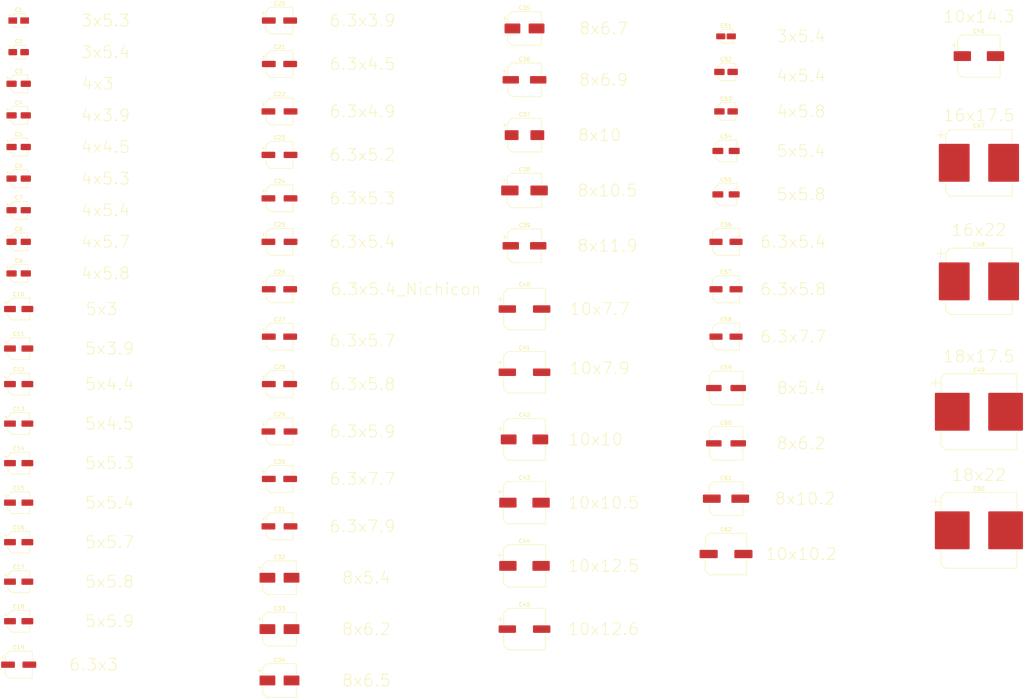
<source format=kicad_pcb>
(kicad_pcb (version 20211014) (generator pcbnew)
  (layers (0 "F.Cu" signal) (31 "B.Cu" signal) (34 "B.Paste" user) (35 "F.Paste" user) (36 "B.SilkS" user "B.Silkscreen") (37 "F.SilkS" user "F.Silkscreen") (38 "B.Mask" user) (39 "F.Mask" user) (44 "Edge.Cuts" user))
  (net 0 "")
  (footprint "Capacitor_SMD:CP_Elec_3x5.3" (layer "F.Cu") (at 22 19)
    (fp_text reference "C1" (at 0 -2.7) (layer "F.SilkS"))
    (fp_text value "3x5.3" (at 22 0) (layer "F.SilkS") (effects (font (size 3 3))))
    (pad "1" smd rect locked (at -1.5 0) (size 2.2 1.6) (layers "F.Cu" "F.Paste" "F.Mask"))
    (pad "2" smd rect locked (at 1.5 0) (size 2.2 1.6) (layers "F.Cu" "F.Paste" "F.Mask"))
  )
  (footprint "Capacitor_SMD:CP_Elec_3x5.4" (layer "F.Cu") (at 22 27)
    (fp_text reference "C2" (at 0 -2.7) (layer "F.SilkS"))
    (fp_text value "3x5.4" (at 22 0) (layer "F.SilkS") (effects (font (size 3 3))))
    (pad "1" smd roundrect locked (at -1.5 0) (size 2.2 1.6) (layers "F.Cu" "F.Paste" "F.Mask") (roundrect_rratio 0.15625))
    (pad "2" smd roundrect locked (at 1.5 0) (size 2.2 1.6) (layers "F.Cu" "F.Paste" "F.Mask") (roundrect_rratio 0.15625))
  )
  (footprint "Capacitor_SMD:CP_Elec_4x3" (layer "F.Cu") (at 22 35)
    (fp_text reference "C3" (at 0 -3.2) (layer "F.SilkS"))
    (fp_text value "4x3" (at 20 0) (layer "F.SilkS") (effects (font (size 3 3))))
    (pad "1" smd roundrect locked (at -1.8 0) (size 2.6 1.6) (layers "F.Cu" "F.Paste" "F.Mask") (roundrect_rratio 0.15625))
    (pad "2" smd roundrect locked (at 1.8 0) (size 2.6 1.6) (layers "F.Cu" "F.Paste" "F.Mask") (roundrect_rratio 0.15625))
  )
  (footprint "Capacitor_SMD:CP_Elec_4x3.9" (layer "F.Cu") (at 22 43)
    (fp_text reference "C4" (at 0 -3.2) (layer "F.SilkS"))
    (fp_text value "4x3.9" (at 22 0) (layer "F.SilkS") (effects (font (size 3 3))))
    (pad "1" smd roundrect locked (at -1.8 0) (size 2.6 1.6) (layers "F.Cu" "F.Paste" "F.Mask") (roundrect_rratio 0.15625))
    (pad "2" smd roundrect locked (at 1.8 0) (size 2.6 1.6) (layers "F.Cu" "F.Paste" "F.Mask") (roundrect_rratio 0.15625))
  )
  (footprint "Capacitor_SMD:CP_Elec_4x4.5" (layer "F.Cu") (at 22 51)
    (fp_text reference "C5" (at 0 -3.2) (layer "F.SilkS"))
    (fp_text value "4x4.5" (at 22 0) (layer "F.SilkS") (effects (font (size 3 3))))
    (pad "1" smd roundrect locked (at -1.8 0) (size 2.6 1.6) (layers "F.Cu" "F.Paste" "F.Mask") (roundrect_rratio 0.15625))
    (pad "2" smd roundrect locked (at 1.8 0) (size 2.6 1.6) (layers "F.Cu" "F.Paste" "F.Mask") (roundrect_rratio 0.15625))
  )
  (footprint "Capacitor_SMD:CP_Elec_4x5.3" (layer "F.Cu") (at 22 59)
    (fp_text reference "C6" (at 0 -3.2) (layer "F.SilkS"))
    (fp_text value "4x5.3" (at 22 0) (layer "F.SilkS") (effects (font (size 3 3))))
    (pad "1" smd roundrect locked (at -1.8 0) (size 2.6 1.6) (layers "F.Cu" "F.Paste" "F.Mask") (roundrect_rratio 0.15625))
    (pad "2" smd roundrect locked (at 1.8 0) (size 2.6 1.6) (layers "F.Cu" "F.Paste" "F.Mask") (roundrect_rratio 0.15625))
  )
  (footprint "Capacitor_SMD:CP_Elec_4x5.4" (layer "F.Cu") (at 22 67)
    (fp_text reference "C7" (at 0 -3.2) (layer "F.SilkS"))
    (fp_text value "4x5.4" (at 22 0) (layer "F.SilkS") (effects (font (size 3 3))))
    (pad "1" smd roundrect locked (at -1.8 0) (size 2.6 1.6) (layers "F.Cu" "F.Paste" "F.Mask") (roundrect_rratio 0.15625))
    (pad "2" smd roundrect locked (at 1.8 0) (size 2.6 1.6) (layers "F.Cu" "F.Paste" "F.Mask") (roundrect_rratio 0.15625))
  )
  (footprint "Capacitor_SMD:CP_Elec_4x5.7" (layer "F.Cu") (at 22 75)
    (fp_text reference "C8" (at 0 -3.2) (layer "F.SilkS"))
    (fp_text value "4x5.7" (at 22 0) (layer "F.SilkS") (effects (font (size 3 3))))
    (pad "1" smd roundrect locked (at -1.8 0) (size 2.6 1.6) (layers "F.Cu" "F.Paste" "F.Mask") (roundrect_rratio 0.15625))
    (pad "2" smd roundrect locked (at 1.8 0) (size 2.6 1.6) (layers "F.Cu" "F.Paste" "F.Mask") (roundrect_rratio 0.15625))
  )
  (footprint "Capacitor_SMD:CP_Elec_4x5.8" (layer "F.Cu") (at 22 83)
    (fp_text reference "C9" (at 0 -3.2) (layer "F.SilkS"))
    (fp_text value "4x5.8" (at 22 0) (layer "F.SilkS") (effects (font (size 3 3))))
    (pad "1" smd roundrect locked (at -1.8 0) (size 2.6 1.6) (layers "F.Cu" "F.Paste" "F.Mask") (roundrect_rratio 0.15625))
    (pad "2" smd roundrect locked (at 1.8 0) (size 2.6 1.6) (layers "F.Cu" "F.Paste" "F.Mask") (roundrect_rratio 0.15625))
  )
  (footprint "Capacitor_SMD:CP_Elec_5x3" (layer "F.Cu") (at 22 92)
    (fp_text reference "C10" (at 0 -3.7) (layer "F.SilkS"))
    (fp_text value "5x3" (at 21 0) (layer "F.SilkS") (effects (font (size 3 3))))
    (pad "1" smd roundrect locked (at -2.2 0) (size 3 1.6) (layers "F.Cu" "F.Paste" "F.Mask") (roundrect_rratio 0.15625))
    (pad "2" smd roundrect locked (at 2.2 0) (size 3 1.6) (layers "F.Cu" "F.Paste" "F.Mask") (roundrect_rratio 0.15625))
  )
  (footprint "Capacitor_SMD:CP_Elec_5x3.9" (layer "F.Cu") (at 22 102)
    (fp_text reference "C11" (at 0 -3.7) (layer "F.SilkS"))
    (fp_text value "5x3.9" (at 23 0) (layer "F.SilkS") (effects (font (size 3 3))))
    (pad "1" smd roundrect locked (at -2.2 0) (size 3 1.6) (layers "F.Cu" "F.Paste" "F.Mask") (roundrect_rratio 0.15625))
    (pad "2" smd roundrect locked (at 2.2 0) (size 3 1.6) (layers "F.Cu" "F.Paste" "F.Mask") (roundrect_rratio 0.15625))
  )
  (footprint "Capacitor_SMD:CP_Elec_5x4.4" (layer "F.Cu") (at 22 111)
    (fp_text reference "C12" (at 0 -3.7) (layer "F.SilkS"))
    (fp_text value "5x4.4" (at 23 0) (layer "F.SilkS") (effects (font (size 3 3))))
    (pad "1" smd roundrect locked (at -2.2 0) (size 3 1.6) (layers "F.Cu" "F.Paste" "F.Mask") (roundrect_rratio 0.15625))
    (pad "2" smd roundrect locked (at 2.2 0) (size 3 1.6) (layers "F.Cu" "F.Paste" "F.Mask") (roundrect_rratio 0.15625))
  )
  (footprint "Capacitor_SMD:CP_Elec_5x4.5" (layer "F.Cu") (at 22 121)
    (fp_text reference "C13" (at 0 -3.7) (layer "F.SilkS"))
    (fp_text value "5x4.5" (at 23 0) (layer "F.SilkS") (effects (font (size 3 3))))
    (pad "1" smd roundrect locked (at -2.2 0) (size 3 1.6) (layers "F.Cu" "F.Paste" "F.Mask") (roundrect_rratio 0.15625))
    (pad "2" smd roundrect locked (at 2.2 0) (size 3 1.6) (layers "F.Cu" "F.Paste" "F.Mask") (roundrect_rratio 0.15625))
  )
  (footprint "Capacitor_SMD:CP_Elec_5x5.3" (layer "F.Cu") (at 22 131)
    (fp_text reference "C14" (at 0 -3.7) (layer "F.SilkS"))
    (fp_text value "5x5.3" (at 23 0) (layer "F.SilkS") (effects (font (size 3 3))))
    (pad "1" smd roundrect locked (at -2.2 0) (size 3 1.6) (layers "F.Cu" "F.Paste" "F.Mask") (roundrect_rratio 0.15625))
    (pad "2" smd roundrect locked (at 2.2 0) (size 3 1.6) (layers "F.Cu" "F.Paste" "F.Mask") (roundrect_rratio 0.15625))
  )
  (footprint "Capacitor_SMD:CP_Elec_5x5.4" (layer "F.Cu") (at 22 141)
    (fp_text reference "C15" (at 0 -3.7) (layer "F.SilkS"))
    (fp_text value "5x5.4" (at 23 0) (layer "F.SilkS") (effects (font (size 3 3))))
    (pad "1" smd roundrect locked (at -2.2 0) (size 3 1.6) (layers "F.Cu" "F.Paste" "F.Mask") (roundrect_rratio 0.15625))
    (pad "2" smd roundrect locked (at 2.2 0) (size 3 1.6) (layers "F.Cu" "F.Paste" "F.Mask") (roundrect_rratio 0.15625))
  )
  (footprint "Capacitor_SMD:CP_Elec_5x5.7" (layer "F.Cu") (at 22 151)
    (fp_text reference "C16" (at 0 -3.7) (layer "F.SilkS"))
    (fp_text value "5x5.7" (at 23 0) (layer "F.SilkS") (effects (font (size 3 3))))
    (pad "1" smd roundrect locked (at -2.2 0) (size 3 1.6) (layers "F.Cu" "F.Paste" "F.Mask") (roundrect_rratio 0.15625))
    (pad "2" smd roundrect locked (at 2.2 0) (size 3 1.6) (layers "F.Cu" "F.Paste" "F.Mask") (roundrect_rratio 0.15625))
  )
  (footprint "Capacitor_SMD:CP_Elec_5x5.8" (layer "F.Cu") (at 22 161)
    (fp_text reference "C17" (at 0 -3.7) (layer "F.SilkS"))
    (fp_text value "5x5.8" (at 23 0) (layer "F.SilkS") (effects (font (size 3 3))))
    (pad "1" smd roundrect locked (at -2.2 0) (size 3 1.6) (layers "F.Cu" "F.Paste" "F.Mask") (roundrect_rratio 0.15625))
    (pad "2" smd roundrect locked (at 2.2 0) (size 3 1.6) (layers "F.Cu" "F.Paste" "F.Mask") (roundrect_rratio 0.15625))
  )
  (footprint "Capacitor_SMD:CP_Elec_5x5.9" (layer "F.Cu") (at 22 171)
    (fp_text reference "C18" (at 0 -3.7) (layer "F.SilkS"))
    (fp_text value "5x5.9" (at 23 0) (layer "F.SilkS") (effects (font (size 3 3))))
    (pad "1" smd roundrect locked (at -2.2 0) (size 3 1.6) (layers "F.Cu" "F.Paste" "F.Mask") (roundrect_rratio 0.15625))
    (pad "2" smd roundrect locked (at 2.2 0) (size 3 1.6) (layers "F.Cu" "F.Paste" "F.Mask") (roundrect_rratio 0.15625))
  )
  (footprint "Capacitor_SMD:CP_Elec_6.3x3" (layer "F.Cu") (at 22 182)
    (fp_text reference "C19" (at 0 -4.35) (layer "F.SilkS"))
    (fp_text value "6.3x3" (at 19 0) (layer "F.SilkS") (effects (font (size 3 3))))
    (pad "1" smd roundrect locked (at -2.7 0) (size 3.5 1.6) (layers "F.Cu" "F.Paste" "F.Mask") (roundrect_rratio 0.15625))
    (pad "2" smd roundrect locked (at 2.7 0) (size 3.5 1.6) (layers "F.Cu" "F.Paste" "F.Mask") (roundrect_rratio 0.15625))
  )
  (footprint "Capacitor_SMD:CP_Elec_6.3x3.9" (layer "F.Cu") (at 88 19)
    (fp_text reference "C20" (at 0 -4.35) (layer "F.SilkS"))
    (fp_text value "6.3x3.9" (at 21 0) (layer "F.SilkS") (effects (font (size 3 3))))
    (pad "1" smd roundrect locked (at -2.7 0) (size 3.5 1.6) (layers "F.Cu" "F.Paste" "F.Mask") (roundrect_rratio 0.15625))
    (pad "2" smd roundrect locked (at 2.7 0) (size 3.5 1.6) (layers "F.Cu" "F.Paste" "F.Mask") (roundrect_rratio 0.15625))
  )
  (footprint "Capacitor_SMD:CP_Elec_6.3x4.5" (layer "F.Cu") (at 88 30)
    (fp_text reference "C21" (at 0 -4.35) (layer "F.SilkS"))
    (fp_text value "6.3x4.5" (at 21 0) (layer "F.SilkS") (effects (font (size 3 3))))
    (pad "1" smd roundrect locked (at -2.7 0) (size 3.5 1.6) (layers "F.Cu" "F.Paste" "F.Mask") (roundrect_rratio 0.15625))
    (pad "2" smd roundrect locked (at 2.7 0) (size 3.5 1.6) (layers "F.Cu" "F.Paste" "F.Mask") (roundrect_rratio 0.15625))
  )
  (footprint "Capacitor_SMD:CP_Elec_6.3x4.9" (layer "F.Cu") (at 88 42)
    (fp_text reference "C22" (at 0 -4.35) (layer "F.SilkS"))
    (fp_text value "6.3x4.9" (at 21 0) (layer "F.SilkS") (effects (font (size 3 3))))
    (pad "1" smd roundrect locked (at -2.8 0) (size 3.5 1.6) (layers "F.Cu" "F.Paste" "F.Mask") (roundrect_rratio 0.15625))
    (pad "2" smd roundrect locked (at 2.8 0) (size 3.5 1.6) (layers "F.Cu" "F.Paste" "F.Mask") (roundrect_rratio 0.15625))
  )
  (footprint "Capacitor_SMD:CP_Elec_6.3x5.2" (layer "F.Cu") (at 88 53)
    (fp_text reference "C23" (at 0 -4.35) (layer "F.SilkS"))
    (fp_text value "6.3x5.2" (at 21 0) (layer "F.SilkS") (effects (font (size 3 3))))
    (pad "1" smd roundrect locked (at -2.8 0) (size 3.5 1.6) (layers "F.Cu" "F.Paste" "F.Mask") (roundrect_rratio 0.15625))
    (pad "2" smd roundrect locked (at 2.8 0) (size 3.5 1.6) (layers "F.Cu" "F.Paste" "F.Mask") (roundrect_rratio 0.15625))
  )
  (footprint "Capacitor_SMD:CP_Elec_6.3x5.3" (layer "F.Cu") (at 88 64)
    (fp_text reference "C24" (at 0 -4.35) (layer "F.SilkS"))
    (fp_text value "6.3x5.3" (at 21 0) (layer "F.SilkS") (effects (font (size 3 3))))
    (pad "1" smd roundrect locked (at -2.8 0) (size 3.5 1.6) (layers "F.Cu" "F.Paste" "F.Mask") (roundrect_rratio 0.15625))
    (pad "2" smd roundrect locked (at 2.8 0) (size 3.5 1.6) (layers "F.Cu" "F.Paste" "F.Mask") (roundrect_rratio 0.15625))
  )
  (footprint "Capacitor_SMD:CP_Elec_6.3x5.4" (layer "F.Cu") (at 88 75)
    (fp_text reference "C25" (at 0 -4.35) (layer "F.SilkS"))
    (fp_text value "6.3x5.4" (at 21 0) (layer "F.SilkS") (effects (font (size 3 3))))
    (pad "1" smd roundrect locked (at -2.8 0) (size 3.5 1.6) (layers "F.Cu" "F.Paste" "F.Mask") (roundrect_rratio 0.15625))
    (pad "2" smd roundrect locked (at 2.8 0) (size 3.5 1.6) (layers "F.Cu" "F.Paste" "F.Mask") (roundrect_rratio 0.15625))
  )
  (footprint "Capacitor_SMD:CP_Elec_6.3x5.4_Nichicon" (layer "F.Cu") (at 88 87)
    (fp_text reference "C26" (at 0 -4.35) (layer "F.SilkS"))
    (fp_text value "6.3x5.4_Nichicon" (at 32 0) (layer "F.SilkS") (effects (font (size 3 3))))
    (pad "1" smd roundrect locked (at -2.7 0) (size 3.5 1.6) (layers "F.Cu" "F.Paste" "F.Mask") (roundrect_rratio 0.15625))
    (pad "2" smd roundrect locked (at 2.7 0) (size 3.5 1.6) (layers "F.Cu" "F.Paste" "F.Mask") (roundrect_rratio 0.15625))
  )
  (footprint "Capacitor_SMD:CP_Elec_6.3x5.7" (layer "F.Cu") (at 88 99)
    (fp_text reference "C27" (at 0 -4.35) (layer "F.SilkS"))
    (fp_text value "6.3x5.7" (at 21 1) (layer "F.SilkS") (effects (font (size 3 3))))
    (pad "1" smd roundrect locked (at -2.7 0) (size 3.5 1.6) (layers "F.Cu" "F.Paste" "F.Mask") (roundrect_rratio 0.15625))
    (pad "2" smd roundrect locked (at 2.7 0) (size 3.5 1.6) (layers "F.Cu" "F.Paste" "F.Mask") (roundrect_rratio 0.15625))
  )
  (footprint "Capacitor_SMD:CP_Elec_6.3x5.8" (layer "F.Cu") (at 88 111)
    (fp_text reference "C28" (at 0 -4.35) (layer "F.SilkS"))
    (fp_text value "6.3x5.8" (at 21 0) (layer "F.SilkS") (effects (font (size 3 3))))
    (pad "1" smd roundrect locked (at -2.7 0) (size 3.5 1.6) (layers "F.Cu" "F.Paste" "F.Mask") (roundrect_rratio 0.15625))
    (pad "2" smd roundrect locked (at 2.7 0) (size 3.5 1.6) (layers "F.Cu" "F.Paste" "F.Mask") (roundrect_rratio 0.15625))
  )
  (footprint "Capacitor_SMD:CP_Elec_6.3x5.9" (layer "F.Cu") (at 88 123)
    (fp_text reference "C29" (at 0 -4.35) (layer "F.SilkS"))
    (fp_text value "6.3x5.9" (at 21 0) (layer "F.SilkS") (effects (font (size 3 3))))
    (pad "1" smd roundrect locked (at -2.8 0) (size 3.5 1.6) (layers "F.Cu" "F.Paste" "F.Mask") (roundrect_rratio 0.15625))
    (pad "2" smd roundrect locked (at 2.8 0) (size 3.5 1.6) (layers "F.Cu" "F.Paste" "F.Mask") (roundrect_rratio 0.15625))
  )
  (footprint "Capacitor_SMD:CP_Elec_6.3x7.7" (layer "F.Cu") (at 88 135)
    (fp_text reference "C30" (at 0 -4.35) (layer "F.SilkS"))
    (fp_text value "6.3x7.7" (at 21 0) (layer "F.SilkS") (effects (font (size 3 3))))
    (pad "1" smd roundrect locked (at -2.7 0) (size 3.5 1.6) (layers "F.Cu" "F.Paste" "F.Mask") (roundrect_rratio 0.15625))
    (pad "2" smd roundrect locked (at 2.7 0) (size 3.5 1.6) (layers "F.Cu" "F.Paste" "F.Mask") (roundrect_rratio 0.15625))
  )
  (footprint "Capacitor_SMD:CP_Elec_6.3x9.9" (layer "F.Cu") (at 88 147)
    (fp_text reference "C31" (at 0 -4.35) (layer "F.SilkS"))
    (fp_text value "6.3x7.9" (at 21 0) (layer "F.SilkS") (effects (font (size 3 3))))
    (pad "1" smd roundrect locked (at -2.8 0) (size 3.5 1.6) (layers "F.Cu" "F.Paste" "F.Mask") (roundrect_rratio 0.15625))
    (pad "2" smd roundrect locked (at 2.8 0) (size 3.5 1.6) (layers "F.Cu" "F.Paste" "F.Mask") (roundrect_rratio 0.15625))
  )
  (footprint "Capacitor_SMD:CP_Elec_8x5.4" (layer "F.Cu") (at 88 160)
    (fp_text reference "C32" (at 0 -5.2) (layer "F.SilkS"))
    (fp_text value "8x5.4" (at 22 0) (layer "F.SilkS") (effects (font (size 3 3))))
    (pad "1" smd roundrect locked (at -3.05 0) (size 4 2.5) (layers "F.Cu" "F.Paste" "F.Mask") (roundrect_rratio 0.1))
    (pad "2" smd roundrect locked (at 3.05 0) (size 4 2.5) (layers "F.Cu" "F.Paste" "F.Mask") (roundrect_rratio 0.1))
  )
  (footprint "Capacitor_SMD:CP_Elec_8x6.2" (layer "F.Cu") (at 88 173)
    (fp_text reference "C33" (at 0 -5.2) (layer "F.SilkS"))
    (fp_text value "8x6.2" (at 22 0) (layer "F.SilkS") (effects (font (size 3 3))))
    (pad "1" smd roundrect locked (at -3.05 0) (size 4 2.5) (layers "F.Cu" "F.Paste" "F.Mask") (roundrect_rratio 0.1))
    (pad "2" smd roundrect locked (at 3.05 0) (size 4 2.5) (layers "F.Cu" "F.Paste" "F.Mask") (roundrect_rratio 0.1))
  )
  (footprint "Capacitor_SMD:CP_Elec_8x6.5" (layer "F.Cu") (at 88 186)
    (fp_text reference "C34" (at 0 -5.2) (layer "F.SilkS"))
    (fp_text value "8x6.5" (at 22 0) (layer "F.SilkS") (effects (font (size 3 3))))
    (pad "1" smd roundrect locked (at -3.05 0) (size 4 2.5) (layers "F.Cu" "F.Paste" "F.Mask") (roundrect_rratio 0.1))
    (pad "2" smd roundrect locked (at 3.05 0) (size 4 2.5) (layers "F.Cu" "F.Paste" "F.Mask") (roundrect_rratio 0.1))
  )
  (footprint "Capacitor_SMD:CP_Elec_8x6.7" (layer "F.Cu") (at 150 21)
    (fp_text reference "C35" (at 0 -5.2) (layer "F.SilkS"))
    (fp_text value "8x6.7" (at 20 0) (layer "F.SilkS") (effects (font (size 3 3))))
    (pad "1" smd roundrect locked (at -3.05 0) (size 4 2.5) (layers "F.Cu" "F.Paste" "F.Mask") (roundrect_rratio 0.1))
    (pad "2" smd roundrect locked (at 3.05 0) (size 4 2.5) (layers "F.Cu" "F.Paste" "F.Mask") (roundrect_rratio 0.1))
  )
  (footprint "Capacitor_SMD:CP_Elec_8x6.9" (layer "F.Cu") (at 150 34)
    (fp_text reference "C36" (at 0 -5.2) (layer "F.SilkS"))
    (fp_text value "8x6.9" (at 20 0) (layer "F.SilkS") (effects (font (size 3 3))))
    (pad "1" smd roundrect locked (at -3.475 0) (size 4.15 1.9) (layers "F.Cu" "F.Paste" "F.Mask") (roundrect_rratio 0.1315789474))
    (pad "2" smd roundrect locked (at 3.475 0) (size 4.15 1.9) (layers "F.Cu" "F.Paste" "F.Mask") (roundrect_rratio 0.1315789474))
  )
  (footprint "Capacitor_SMD:CP_Elec_8x10" (layer "F.Cu") (at 150 48)
    (fp_text reference "C37" (at 0 -5.2) (layer "F.SilkS"))
    (fp_text value "8x10" (at 19 0) (layer "F.SilkS") (effects (font (size 3 3))))
    (pad "1" smd roundrect locked (at -3.25 0) (size 3.5 2.5) (layers "F.Cu" "F.Paste" "F.Mask") (roundrect_rratio 0.1))
    (pad "2" smd roundrect locked (at 3.25 0) (size 3.5 2.5) (layers "F.Cu" "F.Paste" "F.Mask") (roundrect_rratio 0.1))
  )
  (footprint "Capacitor_SMD:CP_Elec_8x10.5" (layer "F.Cu") (at 150 62)
    (fp_text reference "C38" (at 0 -5.3) (layer "F.SilkS"))
    (fp_text value "8x10.5" (at 21 0) (layer "F.SilkS") (effects (font (size 3 3))))
    (pad "1" smd roundrect locked (at -3.7 0) (size 4.4 2.5) (layers "F.Cu" "F.Paste" "F.Mask") (roundrect_rratio 0.1))
    (pad "2" smd roundrect locked (at 3.7 0) (size 4.4 2.5) (layers "F.Cu" "F.Paste" "F.Mask") (roundrect_rratio 0.1))
  )
  (footprint "Capacitor_SMD:CP_Elec_8x11.9" (layer "F.Cu") (at 150 76)
    (fp_text reference "C39" (at 0 -5.2) (layer "F.SilkS"))
    (fp_text value "8x11.9" (at 21 0) (layer "F.SilkS") (effects (font (size 3 3))))
    (pad "1" smd roundrect locked (at -3.475 0) (size 4.15 1.9) (layers "F.Cu" "F.Paste" "F.Mask") (roundrect_rratio 0.1315789474))
    (pad "2" smd roundrect locked (at 3.475 0) (size 4.15 1.9) (layers "F.Cu" "F.Paste" "F.Mask") (roundrect_rratio 0.1315789474))
  )
  (footprint "Capacitor_SMD:CP_Elec_10x7.7" (layer "F.Cu") (at 150 92)
    (fp_text reference "C40" (at 0 -6.2) (layer "F.SilkS"))
    (fp_text value "10x7.7" (at 19 0) (layer "F.SilkS") (effects (font (size 3 3))))
    (pad "1" smd roundrect locked (at -4.35 0) (size 4.4 1.9) (layers "F.Cu" "F.Paste" "F.Mask") (roundrect_rratio 0.1315789474))
    (pad "2" smd roundrect locked (at 4.35 0) (size 4.4 1.9) (layers "F.Cu" "F.Paste" "F.Mask") (roundrect_rratio 0.1315789474))
  )
  (footprint "Capacitor_SMD:CP_Elec_10x7.9" (layer "F.Cu") (at 150 108)
    (fp_text reference "C41" (at 0 -6.2) (layer "F.SilkS"))
    (fp_text value "10x7.9" (at 19 -1) (layer "F.SilkS") (effects (font (size 3 3))))
    (pad "1" smd roundrect locked (at -4.35 0) (size 4.4 1.9) (layers "F.Cu" "F.Paste" "F.Mask") (roundrect_rratio 0.1315789474))
    (pad "2" smd roundrect locked (at 4.35 0) (size 4.4 1.9) (layers "F.Cu" "F.Paste" "F.Mask") (roundrect_rratio 0.1315789474))
  )
  (footprint "Capacitor_SMD:CP_Elec_10x10" (layer "F.Cu") (at 150 125)
    (fp_text reference "C42" (at 0 -6.2) (layer "F.SilkS"))
    (fp_text value "10x10" (at 18 0) (layer "F.SilkS") (effects (font (size 3 3))))
    (pad "1" smd roundrect locked (at -4 0) (size 4 2.5) (layers "F.Cu" "F.Paste" "F.Mask") (roundrect_rratio 0.1))
    (pad "2" smd roundrect locked (at 4 0) (size 4 2.5) (layers "F.Cu" "F.Paste" "F.Mask") (roundrect_rratio 0.1))
  )
  (footprint "Capacitor_SMD:CP_Elec_10x10.5" (layer "F.Cu") (at 150 141)
    (fp_text reference "C43" (at 0 -6.3) (layer "F.SilkS"))
    (fp_text value "10x10.5" (at 20 0) (layer "F.SilkS") (effects (font (size 3 3))))
    (pad "1" smd roundrect locked (at -4.2 0) (size 4.4 2.5) (layers "F.Cu" "F.Paste" "F.Mask") (roundrect_rratio 0.1))
    (pad "2" smd roundrect locked (at 4.2 0) (size 4.4 2.5) (layers "F.Cu" "F.Paste" "F.Mask") (roundrect_rratio 0.1))
  )
  (footprint "Capacitor_SMD:CP_Elec_10x12.5" (layer "F.Cu") (at 150 157)
    (fp_text reference "C44" (at 0 -6.3) (layer "F.SilkS"))
    (fp_text value "10x12.5" (at 20 0) (layer "F.SilkS") (effects (font (size 3 3))))
    (pad "1" smd roundrect locked (at -4.2 0) (size 4.4 2.5) (layers "F.Cu" "F.Paste" "F.Mask") (roundrect_rratio 0.1))
    (pad "2" smd roundrect locked (at 4.2 0) (size 4.4 2.5) (layers "F.Cu" "F.Paste" "F.Mask") (roundrect_rratio 0.1))
  )
  (footprint "Capacitor_SMD:CP_Elec_10x12.6" (layer "F.Cu") (at 150 173)
    (fp_text reference "C45" (at 0 -6.2) (layer "F.SilkS"))
    (fp_text value "10x12.6" (at 20 0) (layer "F.SilkS") (effects (font (size 3 3))))
    (pad "1" smd roundrect locked (at -4.35 0) (size 4.4 1.9) (layers "F.Cu" "F.Paste" "F.Mask") (roundrect_rratio 0.1315789474))
    (pad "2" smd roundrect locked (at 4.35 0) (size 4.4 1.9) (layers "F.Cu" "F.Paste" "F.Mask") (roundrect_rratio 0.1315789474))
  )
  (footprint "Capacitor_SMD:CP_Elec_10x14.3" (layer "F.Cu") (at 265 28)
    (fp_text reference "C46" (at 0 -6.3) (layer "F.SilkS"))
    (fp_text value "10x14.3" (at 0 -10) (layer "F.SilkS") (effects (font (size 3 3))))
    (pad "1" smd roundrect locked (at -4.2 0) (size 4.4 2.5) (layers "F.Cu" "F.Paste" "F.Mask") (roundrect_rratio 0.1))
    (pad "2" smd roundrect locked (at 4.2 0) (size 4.4 2.5) (layers "F.Cu" "F.Paste" "F.Mask") (roundrect_rratio 0.1))
  )
  (footprint "Capacitor_SMD:CP_Elec_16x17.5" (layer "F.Cu") (at 265 55)
    (fp_text reference "C47" (at 0 -9.35) (layer "F.SilkS"))
    (fp_text value "16x17.5" (at 0 -12) (layer "F.SilkS") (effects (font (size 3 3))))
    (pad "1" smd roundrect locked (at -6.25 0) (size 7.8 9.6) (layers "F.Cu" "F.Paste" "F.Mask") (roundrect_rratio 0.03205089744))
    (pad "2" smd roundrect locked (at 6.25 0) (size 7.8 9.6) (layers "F.Cu" "F.Paste" "F.Mask") (roundrect_rratio 0.03205089744))
  )
  (footprint "Capacitor_SMD:CP_Elec_16x22" (layer "F.Cu") (at 265 85)
    (fp_text reference "C48" (at 0 -9.35) (layer "F.SilkS"))
    (fp_text value "16x22" (at 0 -13) (layer "F.SilkS") (effects (font (size 3 3))))
    (pad "1" smd roundrect locked (at -6.25 0) (size 7.8 9.6) (layers "F.Cu" "F.Paste" "F.Mask") (roundrect_rratio 0.03205089744))
    (pad "2" smd roundrect locked (at 6.25 0) (size 7.8 9.6) (layers "F.Cu" "F.Paste" "F.Mask") (roundrect_rratio 0.03205089744))
  )
  (footprint "Capacitor_SMD:CP_Elec_18x22" (layer "F.Cu") (at 265 148)
    (fp_text reference "C50" (at 0 -10.55) (layer "F.SilkS"))
    (fp_text value "18x22" (at 0 -14) (layer "F.SilkS") (effects (font (size 3 3))))
    (pad "1" smd roundrect locked (at -6.75 0) (size 8.8 9.6) (layers "F.Cu" "F.Paste" "F.Mask") (roundrect_rratio 0.02840897727))
    (pad "2" smd roundrect locked (at 6.75 0) (size 8.8 9.6) (layers "F.Cu" "F.Paste" "F.Mask") (roundrect_rratio 0.02840897727))
  )
  (footprint "Capacitor_SMD:C_Elec_3x5.4" (layer "F.Cu") (at 201 23)
    (fp_text reference "C51" (at 0 -2.7) (layer "F.SilkS"))
    (fp_text value "3x5.4" (at 19 0) (layer "F.SilkS") (effects (font (size 3 3))))
    (pad "1" smd roundrect locked (at -1.325 0) (size 2.35 1.5) (layers "F.Cu" "F.Paste" "F.Mask") (roundrect_rratio 0.1666666667))
    (pad "2" smd roundrect locked (at 1.325 0) (size 2.35 1.5) (layers "F.Cu" "F.Paste" "F.Mask") (roundrect_rratio 0.1666666667))
  )
  (footprint "Capacitor_SMD:C_Elec_4x5.8" (layer "F.Cu") (at 201 42)
    (fp_text reference "C53" (at 0 -3.2) (layer "F.SilkS"))
    (fp_text value "4x5.8" (at 19 0) (layer "F.SilkS") (effects (font (size 3 3))))
    (pad "1" smd roundrect locked (at -1.675 0) (size 2.65 1.6) (layers "F.Cu" "F.Paste" "F.Mask") (roundrect_rratio 0.15625))
    (pad "2" smd roundrect locked (at 1.675 0) (size 2.65 1.6) (layers "F.Cu" "F.Paste" "F.Mask") (roundrect_rratio 0.15625))
  )
  (footprint "Capacitor_SMD:C_Elec_5x5.4" (layer "F.Cu") (at 201 52)
    (fp_text reference "C54" (at 0 -3.7) (layer "F.SilkS"))
    (fp_text value "5x5.4" (at 19 0) (layer "F.SilkS") (effects (font (size 3 3))))
    (pad "1" smd roundrect locked (at -2.0625 0) (size 2.775 1.6) (layers "F.Cu" "F.Paste" "F.Mask") (roundrect_rratio 0.15625))
    (pad "2" smd roundrect locked (at 2.0625 0) (size 2.775 1.6) (layers "F.Cu" "F.Paste" "F.Mask") (roundrect_rratio 0.15625))
  )
  (footprint "Capacitor_SMD:C_Elec_5x5.8" (layer "F.Cu") (at 201 63)
    (fp_text reference "C55" (at 0 -3.7) (layer "F.SilkS"))
    (fp_text value "5x5.8" (at 19 0) (layer "F.SilkS") (effects (font (size 3 3))))
    (pad "1" smd roundrect locked (at -2.0625 0) (size 2.775 1.6) (layers "F.Cu" "F.Paste" "F.Mask") (roundrect_rratio 0.15625))
    (pad "2" smd roundrect locked (at 2.0625 0) (size 2.775 1.6) (layers "F.Cu" "F.Paste" "F.Mask") (roundrect_rratio 0.15625))
  )
  (footprint "Capacitor_SMD:C_Elec_6.3x5.4" (layer "F.Cu") (at 201 75)
    (fp_text reference "C56" (at 0 -4.35) (layer "F.SilkS"))
    (fp_text value "6.3x5.4" (at 17 0) (layer "F.SilkS") (effects (font (size 3 3))))
    (pad "1" smd roundrect locked (at -2.5375 0) (size 3.325 1.6) (layers "F.Cu" "F.Paste" "F.Mask") (roundrect_rratio 0.15625))
    (pad "2" smd roundrect locked (at 2.5375 0) (size 3.325 1.6) (layers "F.Cu" "F.Paste" "F.Mask") (roundrect_rratio 0.15625))
  )
  (footprint "Capacitor_SMD:C_Elec_6.3x5.8" (layer "F.Cu") (at 201 87)
    (fp_text reference "C57" (at 0 -4.35) (layer "F.SilkS"))
    (fp_text value "6.3x5.8" (at 17 0) (layer "F.SilkS") (effects (font (size 3 3))))
    (pad "1" smd roundrect locked (at -2.5375 0) (size 3.325 1.6) (layers "F.Cu" "F.Paste" "F.Mask") (roundrect_rratio 0.15625))
    (pad "2" smd roundrect locked (at 2.5375 0) (size 3.325 1.6) (layers "F.Cu" "F.Paste" "F.Mask") (roundrect_rratio 0.15625))
  )
  (footprint "Capacitor_SMD:C_Elec_6.3x7.7" (layer "F.Cu") (at 201 99)
    (fp_text reference "C58" (at 0 -4.35) (layer "F.SilkS"))
    (fp_text value "6.3x7.7" (at 17 0) (layer "F.SilkS") (effects (font (size 3 3))))
    (pad "1" smd roundrect locked (at -2.5375 0) (size 3.325 1.6) (layers "F.Cu" "F.Paste" "F.Mask") (roundrect_rratio 0.15625))
    (pad "2" smd roundrect locked (at 2.5375 0) (size 3.325 1.6) (layers "F.Cu" "F.Paste" "F.Mask") (roundrect_rratio 0.15625))
  )
  (footprint "Capacitor_SMD:C_Elec_8x5.4" (layer "F.Cu") (at 201 112)
    (fp_text reference "C59" (at 0 -5.2) (layer "F.SilkS"))
    (fp_text value "8x5.4" (at 19 0) (layer "F.SilkS") (effects (font (size 3 3))))
    (pad "1" smd roundrect locked (at -3.0875 0) (size 3.925 1.6) (layers "F.Cu" "F.Paste" "F.Mask") (roundrect_rratio 0.15625))
    (pad "2" smd roundrect locked (at 3.0875 0) (size 3.925 1.6) (layers "F.Cu" "F.Paste" "F.Mask") (roundrect_rratio 0.15625))
  )
  (footprint "Capacitor_SMD:C_Elec_8x6.2" (layer "F.Cu") (at 201 126)
    (fp_text reference "C60" (at 0 -5.2) (layer "F.SilkS"))
    (fp_text value "8x6.2" (at 19 0) (layer "F.SilkS") (effects (font (size 3 3))))
    (pad "1" smd roundrect locked (at -3.0875 0) (size 3.925 1.6) (layers "F.Cu" "F.Paste" "F.Mask") (roundrect_rratio 0.15625))
    (pad "2" smd roundrect locked (at 3.0875 0) (size 3.925 1.6) (layers "F.Cu" "F.Paste" "F.Mask") (roundrect_rratio 0.15625))
  )
  (footprint "Capacitor_SMD:C_Elec_8x10.2" (layer "F.Cu") (at 201 140)
    (fp_text reference "C61" (at 0 -5.2) (layer "F.SilkS"))
    (fp_text value "8x10.2" (at 20 0) (layer "F.SilkS") (effects (font (size 3 3))))
    (pad "1" smd roundrect locked (at -3.6 0) (size 4.5 2.1) (layers "F.Cu" "F.Paste" "F.Mask") (roundrect_rratio 0.119047619))
    (pad "2" smd roundrect locked (at 3.6 0) (size 4.5 2.1) (layers "F.Cu" "F.Paste" "F.Mask") (roundrect_rratio 0.119047619))
  )
  (footprint "Capacitor_SMD:C_Elec_10x10.2" (layer "F.Cu") (at 201 154)
    (fp_text reference "C62" (at 0 -6.2) (layer "F.SilkS"))
    (fp_text value "10x10.2" (at 19 0) (layer "F.SilkS") (effects (font (size 3 3))))
    (pad "1" smd roundrect locked (at -4.4 0) (size 4.6 2.1) (layers "F.Cu" "F.Paste" "F.Mask") (roundrect_rratio 0.119047619))
    (pad "2" smd roundrect locked (at 4.4 0) (size 4.6 2.1) (layers "F.Cu" "F.Paste" "F.Mask") (roundrect_rratio 0.119047619))
  )
  (footprint "Capacitor_SMD:CP_Elec_18x17.5" (layer "F.Cu") (at 265 118)
    (fp_text reference "C49" (at 0 -10.55) (layer "F.SilkS"))
    (fp_text value "18x17.5" (at 0 -14) (layer "F.SilkS") (effects (font (size 3 3))))
    (pad "1" smd roundrect locked (at -6.75 0) (size 8.8 9.6) (layers "F.Cu" "F.Paste" "F.Mask") (roundrect_rratio 0.02840897727))
    (pad "2" smd roundrect locked (at 6.75 0) (size 8.8 9.6) (layers "F.Cu" "F.Paste" "F.Mask") (roundrect_rratio 0.02840897727))
  )
  (footprint "Capacitor_SMD:C_Elec_4x5.4" (layer "F.Cu") (at 201 32)
    (fp_text reference "C52" (at 0 -3.2) (layer "F.SilkS"))
    (fp_text value "4x5.4" (at 19 1) (layer "F.SilkS") (effects (font (size 3 3))))
    (pad "1" smd roundrect locked (at -1.675 0) (size 2.65 1.6) (layers "F.Cu" "F.Paste" "F.Mask") (roundrect_rratio 0.15625))
    (pad "2" smd roundrect locked (at 1.675 0) (size 2.65 1.6) (layers "F.Cu" "F.Paste" "F.Mask") (roundrect_rratio 0.15625))
  )
)
</source>
